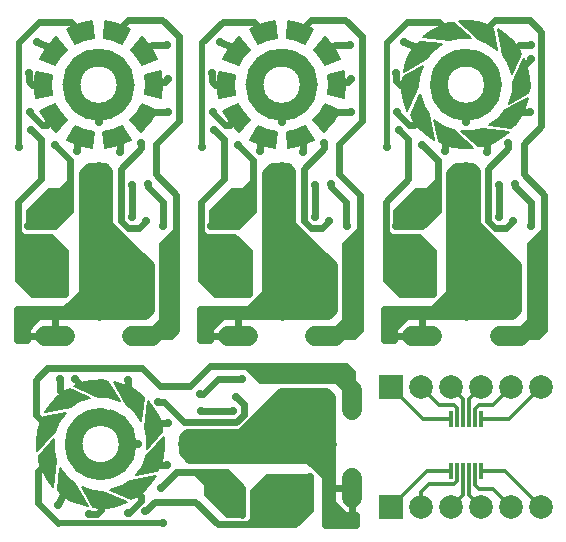
<source format=gbr>
%FSLAX34Y34*%
%MOMM*%
%LNCOPPER_TOP*%
G71*
G01*
%ADD10C, 2.000*%
%ADD11R, 0.300X1.450*%
%ADD12C, 0.300*%
%ADD13C, 0.700*%
%ADD14C, 0.600*%
%ADD15C, 1.700*%
%ADD16C, 0.500*%
%ADD17C, 1.500*%
%ADD18C, 0.150*%
%ADD19R, 0.900X0.900*%
%LPD*%
G36*
X345597Y-461325D02*
X365597Y-461325D01*
X365597Y-481325D01*
X345597Y-481325D01*
X345597Y-461325D01*
G37*
X380997Y-471325D02*
G54D10*
D03*
X406397Y-471325D02*
G54D10*
D03*
X431797Y-471325D02*
G54D10*
D03*
X457197Y-471325D02*
G54D10*
D03*
X457197Y-369725D02*
G54D10*
D03*
X431797Y-369725D02*
G54D10*
D03*
X406397Y-369725D02*
G54D10*
D03*
X380997Y-369725D02*
G54D10*
D03*
G36*
X345597Y-359725D02*
X365597Y-359725D01*
X365597Y-379725D01*
X345597Y-379725D01*
X345597Y-359725D01*
G37*
X406600Y-441000D02*
G54D11*
D03*
X406600Y-397000D02*
G54D11*
D03*
X411600Y-441000D02*
G54D11*
D03*
X411600Y-397000D02*
G54D11*
D03*
X416600Y-441000D02*
G54D11*
D03*
X416600Y-397000D02*
G54D11*
D03*
X421600Y-441000D02*
G54D11*
D03*
X421600Y-397000D02*
G54D11*
D03*
X426600Y-441000D02*
G54D11*
D03*
X426600Y-397000D02*
G54D11*
D03*
X431600Y-441000D02*
G54D11*
D03*
X431600Y-397000D02*
G54D11*
D03*
X482597Y-471325D02*
G54D10*
D03*
X482597Y-369725D02*
G54D10*
D03*
G54D12*
X406600Y-441000D02*
X385922Y-441000D01*
X355597Y-471325D01*
G54D12*
X411600Y-441000D02*
X411600Y-449400D01*
X409000Y-452000D01*
X388000Y-452000D01*
X381000Y-459000D01*
X380997Y-471325D01*
G54D12*
X416600Y-441000D02*
X416600Y-461122D01*
X406397Y-471325D01*
G54D12*
X421600Y-441000D02*
X421600Y-461128D01*
X431797Y-471325D01*
G54D12*
X426600Y-441000D02*
X426600Y-452600D01*
X430000Y-456000D01*
X441872Y-456000D01*
X457197Y-471325D01*
G54D12*
X431600Y-441000D02*
X452272Y-441000D01*
X482597Y-471325D01*
G54D12*
X431600Y-397000D02*
X455322Y-397000D01*
X482597Y-369725D01*
G54D12*
X426600Y-397000D02*
X426600Y-388400D01*
X430000Y-385000D01*
X441922Y-385000D01*
X457197Y-369725D01*
G54D12*
X421600Y-397000D02*
X421600Y-379922D01*
X431797Y-369725D01*
G54D12*
X416600Y-397000D02*
X416600Y-379928D01*
X406397Y-369725D01*
G54D12*
X411600Y-397000D02*
X411600Y-387600D01*
X409000Y-385000D01*
X396272Y-385000D01*
X380997Y-369725D01*
G54D12*
X406600Y-397000D02*
X382872Y-397000D01*
X355597Y-369725D01*
X108000Y-146000D02*
G54D13*
D03*
X166000Y-80000D02*
G54D13*
D03*
G54D14*
X146000Y-87000D02*
X153000Y-80000D01*
X166000Y-80000D01*
X167000Y-109000D02*
G54D13*
D03*
X167000Y-137000D02*
G54D13*
D03*
G54D14*
X146000Y-141000D02*
X150000Y-137000D01*
X167000Y-137000D01*
G54D14*
X108000Y-146000D02*
X108000Y-137000D01*
X126000Y-171000D02*
G54D13*
D03*
X90000Y-170000D02*
G54D13*
D03*
G54D14*
X122000Y-158000D02*
X126000Y-162000D01*
X126000Y-171000D01*
G54D14*
X94000Y-158000D02*
X90000Y-162000D01*
X90000Y-170000D01*
X50000Y-137000D02*
G54D13*
D03*
X49000Y-104000D02*
G54D13*
D03*
X56000Y-78000D02*
G54D13*
D03*
G54D14*
X71000Y-87000D02*
X66000Y-82000D01*
X56000Y-78000D01*
G54D15*
X136500Y-326500D02*
X153500Y-326500D01*
G54D15*
X62500Y-326500D02*
X79500Y-326500D01*
G54D14*
X122000Y-70000D02*
X133000Y-59000D01*
X162000Y-59000D01*
X176000Y-73000D01*
X176000Y-145000D01*
X157000Y-164000D01*
G54D14*
X157000Y-164000D02*
X157000Y-190000D01*
X174000Y-207000D01*
X174000Y-321000D01*
X150000Y-198000D02*
G54D13*
D03*
G54D14*
X150000Y-198000D02*
X150000Y-200700D01*
X162900Y-213600D01*
X162900Y-233900D01*
X163000Y-234000D01*
X162900Y-233900D01*
X163000Y-234000D02*
G54D13*
D03*
X136000Y-226000D02*
G54D13*
D03*
X136000Y-199000D02*
G54D13*
D03*
X144000Y-163000D02*
G54D13*
D03*
G54D14*
X136000Y-199000D02*
X136000Y-226000D01*
G54D14*
X144000Y-165000D02*
X144000Y-168000D01*
X127000Y-185000D01*
X127000Y-229000D01*
X133000Y-235000D01*
X142000Y-235000D01*
X148000Y-229000D01*
X148000Y-229000D02*
G54D13*
D03*
X48500Y-234000D02*
G54D13*
D03*
X71000Y-165000D02*
G54D13*
D03*
G54D14*
X48000Y-234000D02*
X71000Y-234000D01*
X84000Y-221000D01*
X84000Y-178000D01*
X71000Y-165000D01*
G54D16*
X41000Y-80000D02*
X41000Y-167000D01*
X41000Y-167000D02*
G54D13*
D03*
X80000Y-291000D02*
G54D13*
D03*
G54D14*
X80000Y-291000D02*
X80000Y-283000D01*
X40000Y-243000D01*
X40000Y-213000D01*
X59000Y-194000D01*
X59000Y-160000D01*
X51000Y-152000D01*
X51000Y-152000D02*
G54D13*
D03*
X108000Y-183000D02*
G54D13*
D03*
X108000Y-191000D02*
G54D13*
D03*
G54D14*
X108000Y-183000D02*
X108000Y-191000D01*
X108000Y-310500D01*
G54D14*
X94000Y-70000D02*
X85000Y-61000D01*
X58000Y-61000D01*
X41000Y-78000D01*
G36*
X108000Y-183000D02*
X100000Y-183000D01*
X94000Y-189000D01*
X94000Y-290000D01*
X80000Y-304000D01*
X39000Y-304000D01*
X39000Y-331000D01*
X48000Y-331000D01*
X48000Y-321000D01*
X58000Y-311000D01*
X148000Y-311000D01*
X153000Y-306000D01*
X153000Y-267000D01*
X118000Y-232000D01*
X118000Y-187000D01*
X114000Y-183000D01*
X108000Y-183000D01*
G37*
G54D16*
X108000Y-183000D02*
X100000Y-183000D01*
X94000Y-189000D01*
X94000Y-290000D01*
X80000Y-304000D01*
X39000Y-304000D01*
X39000Y-331000D01*
X48000Y-331000D01*
X48000Y-321000D01*
X58000Y-311000D01*
X148000Y-311000D01*
X153000Y-306000D01*
X153000Y-267000D01*
X118000Y-232000D01*
X118000Y-187000D01*
X114000Y-183000D01*
X108000Y-183000D01*
G36*
X84000Y-196000D02*
X83000Y-196000D01*
X75000Y-204000D01*
X66000Y-204000D01*
X49000Y-221000D01*
X49000Y-233500D01*
X48500Y-234000D01*
X71000Y-234000D01*
X84000Y-221000D01*
X84000Y-196000D01*
G37*
G54D14*
X84000Y-196000D02*
X83000Y-196000D01*
X75000Y-204000D01*
X66000Y-204000D01*
X49000Y-221000D01*
X49000Y-233500D01*
X48500Y-234000D01*
X71000Y-234000D01*
X84000Y-221000D01*
X84000Y-196000D01*
G36*
X40000Y-243000D02*
X68000Y-243000D01*
X80000Y-255000D01*
X80000Y-291000D01*
X52000Y-291000D01*
X40000Y-279000D01*
X40000Y-243000D01*
G37*
G54D14*
X40000Y-243000D02*
X68000Y-243000D01*
X80000Y-255000D01*
X80000Y-291000D01*
X52000Y-291000D01*
X40000Y-279000D01*
X40000Y-243000D01*
G54D14*
X40000Y-239000D02*
X45000Y-244000D01*
G54D14*
X50000Y-137000D02*
X50000Y-138000D01*
X60000Y-148000D01*
X64000Y-148000D01*
X71000Y-141000D01*
G54D14*
X61000Y-114000D02*
X52000Y-114000D01*
X49000Y-111000D01*
X49000Y-104000D01*
G54D14*
X155000Y-112000D02*
X164000Y-112000D01*
X167000Y-109000D01*
G54D14*
X71000Y-326500D02*
X41500Y-326500D01*
X41000Y-327000D01*
G54D14*
X71000Y-326500D02*
X71000Y-308000D01*
G36*
X145000Y-326500D02*
X148500Y-326500D01*
X162000Y-313000D01*
X162000Y-249000D01*
X174000Y-237000D01*
X174000Y-322000D01*
X169000Y-327000D01*
X145500Y-327000D01*
X145000Y-326500D01*
G37*
G54D14*
X145000Y-326500D02*
X148500Y-326500D01*
X162000Y-313000D01*
X162000Y-249000D01*
X174000Y-237000D01*
X174000Y-322000D01*
X169000Y-327000D01*
X145500Y-327000D01*
X145000Y-326500D01*
G54D17*
G75*
G01X131000Y-114000D02*
G03X131000Y-114000I-23000J0D01*
G01*
G36*
X112250Y-74250D02*
X113644Y-60296D01*
X124687Y-62643D01*
X135000Y-67235D01*
X128000Y-79500D01*
X120500Y-76000D01*
X112250Y-74250D01*
G37*
G54D18*
X112250Y-74250D02*
X113644Y-60296D01*
X124687Y-62643D01*
X135000Y-67235D01*
X128000Y-79500D01*
X120500Y-76000D01*
X112250Y-74250D01*
G36*
X135119Y-84234D02*
X144449Y-73765D01*
X152003Y-82154D01*
X157648Y-91931D01*
X144775Y-97739D01*
X140765Y-90499D01*
X135119Y-84234D01*
G37*
G54D18*
X135119Y-84234D02*
X144449Y-73765D01*
X152003Y-82154D01*
X157648Y-91931D01*
X144775Y-97739D01*
X140765Y-90499D01*
X135119Y-84234D01*
G36*
X147170Y-105645D02*
X160872Y-102659D01*
X162052Y-113886D01*
X160872Y-125114D01*
X147044Y-122246D01*
X148055Y-114032D01*
X147170Y-105645D01*
G37*
G54D18*
X147170Y-105645D02*
X160872Y-102659D01*
X162052Y-113886D01*
X160872Y-125114D01*
X147044Y-122246D01*
X148055Y-114032D01*
X147170Y-105645D01*
G36*
X144491Y-130325D02*
X157332Y-135964D01*
X151687Y-145740D01*
X144133Y-154130D01*
X134631Y-143682D01*
X140277Y-137631D01*
X144491Y-130325D01*
G37*
G54D18*
X144491Y-130325D02*
X157332Y-135964D01*
X151687Y-145740D01*
X144133Y-154130D01*
X134631Y-143682D01*
X140277Y-137631D01*
X144491Y-130325D01*
G36*
X128020Y-148712D02*
X135094Y-160821D01*
X124780Y-165413D01*
X113738Y-167760D01*
X112192Y-153723D01*
X120317Y-152146D01*
X128020Y-148712D01*
G37*
G54D18*
X128020Y-148712D02*
X135094Y-160821D01*
X124780Y-165413D01*
X113738Y-167760D01*
X112192Y-153723D01*
X120317Y-152146D01*
X128020Y-148712D01*
G36*
X103777Y-153852D02*
X102383Y-167806D01*
X91340Y-165459D01*
X81027Y-160867D01*
X88027Y-148602D01*
X95527Y-152102D01*
X103777Y-153852D01*
G37*
G54D18*
X103777Y-153852D02*
X102383Y-167806D01*
X91340Y-165459D01*
X81027Y-160867D01*
X88027Y-148602D01*
X95527Y-152102D01*
X103777Y-153852D01*
G36*
X81158Y-143618D02*
X71828Y-154087D01*
X64274Y-145698D01*
X58629Y-135921D01*
X71502Y-130113D01*
X75512Y-137353D01*
X81158Y-143618D01*
G37*
G54D18*
X81158Y-143618D02*
X71828Y-154087D01*
X64274Y-145698D01*
X58629Y-135921D01*
X71502Y-130113D01*
X75512Y-137353D01*
X81158Y-143618D01*
G36*
X68607Y-122457D02*
X54904Y-125443D01*
X53724Y-114216D01*
X54904Y-102988D01*
X68733Y-105856D01*
X67722Y-114070D01*
X68607Y-122457D01*
G37*
G54D18*
X68607Y-122457D02*
X54904Y-125443D01*
X53724Y-114216D01*
X54904Y-102988D01*
X68733Y-105856D01*
X67722Y-114070D01*
X68607Y-122457D01*
G36*
X71509Y-97675D02*
X58668Y-92036D01*
X64313Y-82260D01*
X71867Y-73870D01*
X81369Y-84318D01*
X75723Y-90369D01*
X71509Y-97675D01*
G37*
G54D18*
X71509Y-97675D02*
X58668Y-92036D01*
X64313Y-82260D01*
X71867Y-73870D01*
X81369Y-84318D01*
X75723Y-90369D01*
X71509Y-97675D01*
G36*
X87980Y-79287D02*
X80906Y-67178D01*
X91219Y-62586D01*
X102262Y-60239D01*
X103808Y-74277D01*
X95683Y-75854D01*
X87980Y-79287D01*
G37*
G54D18*
X87980Y-79287D02*
X80906Y-67178D01*
X91219Y-62586D01*
X102262Y-60239D01*
X103808Y-74277D01*
X95683Y-75854D01*
X87980Y-79287D01*
X155000Y-114000D02*
G54D19*
D03*
X62000Y-114000D02*
G54D19*
D03*
G36*
X119111Y-64330D02*
X127670Y-67111D01*
X124889Y-75670D01*
X116330Y-72889D01*
X119111Y-64330D01*
G37*
G36*
X146996Y-80714D02*
X152285Y-87996D01*
X145004Y-93286D01*
X139714Y-86004D01*
X146996Y-80714D01*
G37*
G36*
X152286Y-140005D02*
X146995Y-147286D01*
X139714Y-141995D01*
X145005Y-134714D01*
X152286Y-140005D01*
G37*
G36*
X127670Y-160889D02*
X119111Y-163670D01*
X116330Y-155111D01*
X124889Y-152330D01*
X127670Y-160889D01*
G37*
G36*
X96889Y-163670D02*
X88330Y-160889D01*
X91111Y-152330D01*
X99670Y-155111D01*
X96889Y-163670D01*
G37*
G36*
X70005Y-147286D02*
X64715Y-140004D01*
X71996Y-134714D01*
X77286Y-141996D01*
X70005Y-147286D01*
G37*
G36*
X70005Y-80714D02*
X77286Y-86005D01*
X71995Y-93286D01*
X64714Y-87996D01*
X70005Y-80714D01*
G37*
G36*
X96889Y-64330D02*
X99670Y-72889D01*
X91111Y-75670D01*
X88330Y-67111D01*
X96889Y-64330D01*
G37*
X263000Y-146000D02*
G54D13*
D03*
X321000Y-80000D02*
G54D13*
D03*
G54D14*
X301000Y-87000D02*
X308000Y-80000D01*
X321000Y-80000D01*
X322000Y-109000D02*
G54D13*
D03*
X322000Y-137000D02*
G54D13*
D03*
G54D14*
X301000Y-141000D02*
X305000Y-137000D01*
X322000Y-137000D01*
G54D14*
X263000Y-146000D02*
X263000Y-137000D01*
X281000Y-171000D02*
G54D13*
D03*
X245000Y-170000D02*
G54D13*
D03*
G54D14*
X277000Y-158000D02*
X281000Y-162000D01*
X281000Y-171000D01*
G54D14*
X249000Y-158000D02*
X245000Y-162000D01*
X245000Y-170000D01*
X205000Y-137000D02*
G54D13*
D03*
X204000Y-104000D02*
G54D13*
D03*
X211000Y-78000D02*
G54D13*
D03*
G54D14*
X226000Y-87000D02*
X221000Y-82000D01*
X211000Y-78000D01*
G54D15*
X291500Y-326500D02*
X308500Y-326500D01*
G54D15*
X217500Y-326500D02*
X234500Y-326500D01*
G54D14*
X277000Y-70000D02*
X288000Y-59000D01*
X317000Y-59000D01*
X331000Y-73000D01*
X331000Y-145000D01*
X312000Y-164000D01*
G54D14*
X312000Y-164000D02*
X312000Y-190000D01*
X329000Y-207000D01*
X329000Y-321000D01*
X305000Y-198000D02*
G54D13*
D03*
G54D14*
X305000Y-198000D02*
X305000Y-200700D01*
X317900Y-213600D01*
X317900Y-233900D01*
X318000Y-234000D01*
X317900Y-233900D01*
X318000Y-234000D02*
G54D13*
D03*
X291000Y-226000D02*
G54D13*
D03*
X291000Y-199000D02*
G54D13*
D03*
X299000Y-163000D02*
G54D13*
D03*
G54D14*
X291000Y-199000D02*
X291000Y-226000D01*
G54D14*
X299000Y-165000D02*
X299000Y-168000D01*
X282000Y-185000D01*
X282000Y-229000D01*
X288000Y-235000D01*
X297000Y-235000D01*
X303000Y-229000D01*
X303000Y-229000D02*
G54D13*
D03*
X203500Y-234000D02*
G54D13*
D03*
X226000Y-165000D02*
G54D13*
D03*
G54D14*
X203000Y-234000D02*
X226000Y-234000D01*
X239000Y-221000D01*
X239000Y-178000D01*
X226000Y-165000D01*
G54D16*
X196000Y-80000D02*
X196000Y-167000D01*
X196000Y-167000D02*
G54D13*
D03*
X235000Y-291000D02*
G54D13*
D03*
G54D14*
X235000Y-291000D02*
X235000Y-283000D01*
X195000Y-243000D01*
X195000Y-213000D01*
X214000Y-194000D01*
X214000Y-160000D01*
X206000Y-152000D01*
X206000Y-152000D02*
G54D13*
D03*
X263000Y-183000D02*
G54D13*
D03*
X263000Y-191000D02*
G54D13*
D03*
G54D14*
X263000Y-183000D02*
X263000Y-191000D01*
X263000Y-310500D01*
G54D14*
X249000Y-70000D02*
X240000Y-61000D01*
X213000Y-61000D01*
X196000Y-78000D01*
G36*
X263000Y-183000D02*
X255000Y-183000D01*
X249000Y-189000D01*
X249000Y-290000D01*
X235000Y-304000D01*
X194000Y-304000D01*
X194000Y-331000D01*
X203000Y-331000D01*
X203000Y-321000D01*
X213000Y-311000D01*
X303000Y-311000D01*
X308000Y-306000D01*
X308000Y-267000D01*
X273000Y-232000D01*
X273000Y-187000D01*
X269000Y-183000D01*
X263000Y-183000D01*
G37*
G54D16*
X263000Y-183000D02*
X255000Y-183000D01*
X249000Y-189000D01*
X249000Y-290000D01*
X235000Y-304000D01*
X194000Y-304000D01*
X194000Y-331000D01*
X203000Y-331000D01*
X203000Y-321000D01*
X213000Y-311000D01*
X303000Y-311000D01*
X308000Y-306000D01*
X308000Y-267000D01*
X273000Y-232000D01*
X273000Y-187000D01*
X269000Y-183000D01*
X263000Y-183000D01*
G36*
X239000Y-196000D02*
X238000Y-196000D01*
X230000Y-204000D01*
X221000Y-204000D01*
X204000Y-221000D01*
X204000Y-233500D01*
X203500Y-234000D01*
X226000Y-234000D01*
X239000Y-221000D01*
X239000Y-196000D01*
G37*
G54D14*
X239000Y-196000D02*
X238000Y-196000D01*
X230000Y-204000D01*
X221000Y-204000D01*
X204000Y-221000D01*
X204000Y-233500D01*
X203500Y-234000D01*
X226000Y-234000D01*
X239000Y-221000D01*
X239000Y-196000D01*
G36*
X195000Y-243000D02*
X223000Y-243000D01*
X235000Y-255000D01*
X235000Y-291000D01*
X207000Y-291000D01*
X195000Y-279000D01*
X195000Y-243000D01*
G37*
G54D14*
X195000Y-243000D02*
X223000Y-243000D01*
X235000Y-255000D01*
X235000Y-291000D01*
X207000Y-291000D01*
X195000Y-279000D01*
X195000Y-243000D01*
G54D14*
X195000Y-239000D02*
X200000Y-244000D01*
G54D14*
X205000Y-137000D02*
X205000Y-138000D01*
X215000Y-148000D01*
X219000Y-148000D01*
X226000Y-141000D01*
G54D14*
X216000Y-114000D02*
X207000Y-114000D01*
X204000Y-111000D01*
X204000Y-104000D01*
G54D14*
X310000Y-112000D02*
X319000Y-112000D01*
X322000Y-109000D01*
G54D14*
X226000Y-326500D02*
X196500Y-326500D01*
X196000Y-327000D01*
G54D14*
X226000Y-326500D02*
X226000Y-308000D01*
G36*
X300000Y-326500D02*
X303500Y-326500D01*
X317000Y-313000D01*
X317000Y-249000D01*
X329000Y-237000D01*
X329000Y-322000D01*
X324000Y-327000D01*
X300500Y-327000D01*
X300000Y-326500D01*
G37*
G54D14*
X300000Y-326500D02*
X303500Y-326500D01*
X317000Y-313000D01*
X317000Y-249000D01*
X329000Y-237000D01*
X329000Y-322000D01*
X324000Y-327000D01*
X300500Y-327000D01*
X300000Y-326500D01*
G54D17*
G75*
G01X286000Y-114000D02*
G03X286000Y-114000I-23000J0D01*
G01*
G36*
X267250Y-74250D02*
X268644Y-60296D01*
X279687Y-62643D01*
X290000Y-67235D01*
X283000Y-79500D01*
X275500Y-76000D01*
X267250Y-74250D01*
G37*
G54D18*
X267250Y-74250D02*
X268644Y-60296D01*
X279687Y-62643D01*
X290000Y-67235D01*
X283000Y-79500D01*
X275500Y-76000D01*
X267250Y-74250D01*
G36*
X290119Y-84234D02*
X299449Y-73765D01*
X307003Y-82154D01*
X312648Y-91931D01*
X299775Y-97739D01*
X295765Y-90499D01*
X290119Y-84234D01*
G37*
G54D18*
X290119Y-84234D02*
X299449Y-73765D01*
X307003Y-82154D01*
X312648Y-91931D01*
X299775Y-97739D01*
X295765Y-90499D01*
X290119Y-84234D01*
G36*
X302170Y-105645D02*
X315872Y-102659D01*
X317052Y-113886D01*
X315872Y-125114D01*
X302044Y-122246D01*
X303055Y-114032D01*
X302170Y-105645D01*
G37*
G54D18*
X302170Y-105645D02*
X315872Y-102659D01*
X317052Y-113886D01*
X315872Y-125114D01*
X302044Y-122246D01*
X303055Y-114032D01*
X302170Y-105645D01*
G36*
X299491Y-130325D02*
X312332Y-135964D01*
X306687Y-145740D01*
X299133Y-154130D01*
X289631Y-143682D01*
X295277Y-137631D01*
X299491Y-130325D01*
G37*
G54D18*
X299491Y-130325D02*
X312332Y-135964D01*
X306687Y-145740D01*
X299133Y-154130D01*
X289631Y-143682D01*
X295277Y-137631D01*
X299491Y-130325D01*
G36*
X283020Y-148712D02*
X290094Y-160821D01*
X279780Y-165413D01*
X268738Y-167760D01*
X267192Y-153723D01*
X275317Y-152146D01*
X283020Y-148712D01*
G37*
G54D18*
X283020Y-148712D02*
X290094Y-160821D01*
X279780Y-165413D01*
X268738Y-167760D01*
X267192Y-153723D01*
X275317Y-152146D01*
X283020Y-148712D01*
G36*
X258777Y-153852D02*
X257383Y-167806D01*
X246340Y-165459D01*
X236027Y-160867D01*
X243027Y-148602D01*
X250527Y-152102D01*
X258777Y-153852D01*
G37*
G54D18*
X258777Y-153852D02*
X257383Y-167806D01*
X246340Y-165459D01*
X236027Y-160867D01*
X243027Y-148602D01*
X250527Y-152102D01*
X258777Y-153852D01*
G36*
X236158Y-143618D02*
X226828Y-154087D01*
X219274Y-145698D01*
X213629Y-135921D01*
X226502Y-130113D01*
X230512Y-137353D01*
X236158Y-143618D01*
G37*
G54D18*
X236158Y-143618D02*
X226828Y-154087D01*
X219274Y-145698D01*
X213629Y-135921D01*
X226502Y-130113D01*
X230512Y-137353D01*
X236158Y-143618D01*
G36*
X223607Y-122457D02*
X209904Y-125443D01*
X208724Y-114216D01*
X209904Y-102988D01*
X223733Y-105856D01*
X222722Y-114070D01*
X223607Y-122457D01*
G37*
G54D18*
X223607Y-122457D02*
X209904Y-125443D01*
X208724Y-114216D01*
X209904Y-102988D01*
X223733Y-105856D01*
X222722Y-114070D01*
X223607Y-122457D01*
G36*
X226509Y-97675D02*
X213668Y-92036D01*
X219313Y-82260D01*
X226867Y-73870D01*
X236369Y-84318D01*
X230723Y-90369D01*
X226509Y-97675D01*
G37*
G54D18*
X226509Y-97675D02*
X213668Y-92036D01*
X219313Y-82260D01*
X226867Y-73870D01*
X236369Y-84318D01*
X230723Y-90369D01*
X226509Y-97675D01*
G36*
X242980Y-79287D02*
X235906Y-67178D01*
X246219Y-62586D01*
X257262Y-60239D01*
X258808Y-74277D01*
X250683Y-75854D01*
X242980Y-79287D01*
G37*
G54D18*
X242980Y-79287D02*
X235906Y-67178D01*
X246219Y-62586D01*
X257262Y-60239D01*
X258808Y-74277D01*
X250683Y-75854D01*
X242980Y-79287D01*
X310000Y-114000D02*
G54D19*
D03*
X217000Y-114000D02*
G54D19*
D03*
G36*
X274111Y-64330D02*
X282670Y-67111D01*
X279889Y-75670D01*
X271330Y-72889D01*
X274111Y-64330D01*
G37*
G36*
X301996Y-80714D02*
X307285Y-87996D01*
X300004Y-93286D01*
X294714Y-86004D01*
X301996Y-80714D01*
G37*
G36*
X307286Y-140004D02*
X301995Y-147286D01*
X294714Y-141996D01*
X300005Y-134714D01*
X307286Y-140004D01*
G37*
G36*
X282670Y-160889D02*
X274111Y-163670D01*
X271330Y-155111D01*
X279889Y-152330D01*
X282670Y-160889D01*
G37*
G36*
X251889Y-163670D02*
X243330Y-160889D01*
X246111Y-152330D01*
X254670Y-155111D01*
X251889Y-163670D01*
G37*
G36*
X225005Y-147286D02*
X219715Y-140004D01*
X226996Y-134714D01*
X232286Y-141996D01*
X225005Y-147286D01*
G37*
G36*
X225004Y-80714D02*
X232286Y-86005D01*
X226996Y-93286D01*
X219714Y-87996D01*
X225004Y-80714D01*
G37*
G36*
X251889Y-64330D02*
X254670Y-72889D01*
X246111Y-75670D01*
X243330Y-67111D01*
X251889Y-64330D01*
G37*
X141750Y-418250D02*
G54D13*
D03*
X75750Y-363250D02*
G54D13*
D03*
G54D14*
X82750Y-380250D02*
X75750Y-373250D01*
X75750Y-363250D01*
X87750Y-363250D02*
G54D13*
D03*
X132750Y-364250D02*
G54D13*
D03*
G54D14*
X136750Y-380250D02*
X132750Y-376250D01*
X132750Y-364250D01*
G54D14*
X141750Y-418250D02*
X132750Y-418250D01*
X166750Y-400250D02*
G54D13*
D03*
X165750Y-436250D02*
G54D13*
D03*
G54D14*
X153750Y-404250D02*
X157750Y-400250D01*
X166750Y-400250D01*
G54D14*
X153750Y-432250D02*
X157750Y-436250D01*
X165750Y-436250D01*
X132750Y-476250D02*
G54D13*
D03*
X99750Y-477250D02*
G54D13*
D03*
X73750Y-470250D02*
G54D13*
D03*
G54D14*
X82750Y-455250D02*
X77750Y-460250D01*
X73750Y-470250D01*
G54D15*
X322250Y-389750D02*
X322250Y-372750D01*
G54D15*
X322250Y-463750D02*
X322250Y-446750D01*
G54D14*
X65750Y-404250D02*
X54750Y-393250D01*
X54750Y-364250D01*
X64750Y-354250D01*
X144750Y-354250D01*
X159750Y-369250D01*
G54D14*
X159750Y-369250D02*
X185750Y-369250D01*
X202750Y-352250D01*
X316750Y-352250D01*
X193750Y-376250D02*
G54D13*
D03*
G54D14*
X193750Y-376250D02*
X196450Y-376250D01*
X209350Y-363350D01*
X229650Y-363350D01*
X229750Y-363250D01*
X229650Y-363350D01*
X229750Y-363250D02*
G54D13*
D03*
X221750Y-390250D02*
G54D13*
D03*
X194750Y-390250D02*
G54D13*
D03*
X158750Y-382250D02*
G54D13*
D03*
G54D14*
X194750Y-390250D02*
X221750Y-390250D01*
G54D14*
X160750Y-382250D02*
X163750Y-382250D01*
X180750Y-399250D01*
X224750Y-399250D01*
X230750Y-393250D01*
X230750Y-384250D01*
X224750Y-378250D01*
X224750Y-378250D02*
G54D13*
D03*
X229750Y-477750D02*
G54D13*
D03*
X160750Y-455250D02*
G54D13*
D03*
G54D14*
X229750Y-478250D02*
X229750Y-455250D01*
X216750Y-442250D01*
X173750Y-442250D01*
X160750Y-455250D01*
G54D16*
X75750Y-485250D02*
X162750Y-485250D01*
X162750Y-485250D02*
G54D13*
D03*
X286750Y-446250D02*
G54D13*
D03*
G54D14*
X286750Y-446250D02*
X278750Y-446250D01*
X238750Y-486250D01*
X208750Y-486250D01*
X189750Y-467250D01*
X155750Y-467250D01*
X147750Y-475250D01*
X147750Y-475250D02*
G54D13*
D03*
X178750Y-418250D02*
G54D13*
D03*
X186750Y-418250D02*
G54D13*
D03*
G54D14*
X178750Y-418250D02*
X186750Y-418250D01*
X306250Y-418250D01*
G54D14*
X65750Y-432250D02*
X56750Y-441250D01*
X56750Y-468250D01*
X73750Y-485250D01*
G36*
X178750Y-418250D02*
X178750Y-426250D01*
X184750Y-432250D01*
X285750Y-432250D01*
X299750Y-446250D01*
X299750Y-487250D01*
X326750Y-487250D01*
X326750Y-478250D01*
X316750Y-478250D01*
X306750Y-468250D01*
X306750Y-378250D01*
X301750Y-373250D01*
X262750Y-373250D01*
X227750Y-408250D01*
X182750Y-408250D01*
X178750Y-412250D01*
X178750Y-418250D01*
G37*
G54D16*
X178750Y-418250D02*
X178750Y-426250D01*
X184750Y-432250D01*
X285750Y-432250D01*
X299750Y-446250D01*
X299750Y-487250D01*
X326750Y-487250D01*
X326750Y-478250D01*
X316750Y-478250D01*
X306750Y-468250D01*
X306750Y-378250D01*
X301750Y-373250D01*
X262750Y-373250D01*
X227750Y-408250D01*
X182750Y-408250D01*
X178750Y-412250D01*
X178750Y-418250D01*
G36*
X191750Y-442250D02*
X191750Y-443250D01*
X199750Y-451250D01*
X199750Y-460250D01*
X216750Y-477250D01*
X229250Y-477250D01*
X229750Y-477750D01*
X229750Y-455250D01*
X216750Y-442250D01*
X191750Y-442250D01*
G37*
G54D14*
X191750Y-442250D02*
X191750Y-443250D01*
X199750Y-451250D01*
X199750Y-460250D01*
X216750Y-477250D01*
X229250Y-477250D01*
X229750Y-477750D01*
X229750Y-455250D01*
X216750Y-442250D01*
X191750Y-442250D01*
G36*
X238750Y-486250D02*
X238750Y-458250D01*
X250750Y-446250D01*
X286750Y-446250D01*
X286750Y-474250D01*
X274750Y-486250D01*
X238750Y-486250D01*
G37*
G54D14*
X238750Y-486250D02*
X238750Y-458250D01*
X250750Y-446250D01*
X286750Y-446250D01*
X286750Y-474250D01*
X274750Y-486250D01*
X238750Y-486250D01*
G54D14*
X234750Y-486250D02*
X239750Y-481250D01*
G36*
X149333Y-422292D02*
X161957Y-408286D01*
X161751Y-403191D01*
X158896Y-395651D01*
X155045Y-388832D01*
X149746Y-381958D01*
X147174Y-403900D01*
X149360Y-412045D01*
X149333Y-422292D01*
G37*
G54D18*
X149333Y-422292D02*
X161957Y-408286D01*
X161751Y-403191D01*
X158896Y-395651D01*
X155045Y-388832D01*
X149746Y-381958D01*
X147174Y-403900D01*
X149360Y-412045D01*
X149333Y-422292D01*
G36*
X139394Y-444797D02*
X157839Y-440886D01*
X160668Y-436643D01*
X162789Y-428865D01*
X163682Y-421085D01*
X163436Y-412409D01*
X148457Y-428648D01*
X145438Y-436522D01*
X139394Y-444797D01*
G37*
G54D18*
X139394Y-444797D02*
X157839Y-440886D01*
X160668Y-436643D01*
X162789Y-428865D01*
X163682Y-421085D01*
X163436Y-412409D01*
X148457Y-428648D01*
X145438Y-436522D01*
X139394Y-444797D01*
G36*
X117986Y-457125D02*
X135207Y-464802D01*
X139990Y-463033D01*
X146277Y-457987D01*
X151573Y-452217D01*
X156474Y-445054D01*
X134811Y-449387D01*
X127740Y-453984D01*
X117986Y-457125D01*
G37*
G54D18*
X117986Y-457125D02*
X135207Y-464802D01*
X139990Y-463033D01*
X146277Y-457987D01*
X151573Y-452217D01*
X156474Y-445054D01*
X134811Y-449387D01*
X127740Y-453984D01*
X117986Y-457125D01*
G36*
X93788Y-454844D02*
X103207Y-471178D01*
X108116Y-472557D01*
X116169Y-472171D01*
X123845Y-470616D01*
X132020Y-467701D01*
X111947Y-458474D01*
X103525Y-458036D01*
X93788Y-454844D01*
G37*
G54D18*
X93788Y-454844D02*
X103207Y-471178D01*
X108116Y-472557D01*
X116169Y-472171D01*
X123845Y-470616D01*
X132020Y-467701D01*
X111947Y-458474D01*
X103525Y-458036D01*
X93788Y-454844D01*
G36*
X75366Y-438120D02*
X73386Y-456871D01*
X76546Y-460872D01*
X83288Y-465294D01*
X90412Y-468547D01*
X98739Y-470994D01*
X87924Y-451730D01*
X81367Y-446426D01*
X75366Y-438120D01*
G37*
G54D18*
X75366Y-438120D02*
X73386Y-456871D01*
X76546Y-460872D01*
X83288Y-465294D01*
X90412Y-468547D01*
X98739Y-470994D01*
X87924Y-451730D01*
X81367Y-446426D01*
X75366Y-438120D01*
G36*
X70180Y-414193D02*
X57556Y-428199D01*
X57762Y-433294D01*
X60617Y-440834D01*
X64468Y-447653D01*
X69766Y-454527D01*
X72339Y-432586D01*
X70153Y-424440D01*
X70180Y-414193D01*
G37*
G54D18*
X70180Y-414193D02*
X57556Y-428199D01*
X57762Y-433294D01*
X60617Y-440834D01*
X64468Y-447653D01*
X69766Y-454527D01*
X72339Y-432586D01*
X70153Y-424440D01*
X70180Y-414193D01*
G36*
X80224Y-391677D02*
X61779Y-395588D01*
X58951Y-399831D01*
X56829Y-407609D01*
X55937Y-415390D01*
X56182Y-424065D01*
X71161Y-407826D01*
X74180Y-399952D01*
X80224Y-391677D01*
G37*
G54D18*
X80224Y-391677D02*
X61779Y-395588D01*
X58951Y-399831D01*
X56829Y-407609D01*
X55937Y-415390D01*
X56182Y-424065D01*
X71161Y-407826D01*
X74180Y-399952D01*
X80224Y-391677D01*
G36*
X101016Y-379157D02*
X83922Y-371420D01*
X79421Y-373156D01*
X73133Y-378201D01*
X67838Y-383971D01*
X62937Y-391134D01*
X84600Y-386801D01*
X91671Y-382205D01*
X101016Y-379157D01*
G37*
G54D18*
X101016Y-379157D02*
X83922Y-371420D01*
X79421Y-373156D01*
X73133Y-378201D01*
X67838Y-383971D01*
X62937Y-391134D01*
X84600Y-386801D01*
X91671Y-382205D01*
X101016Y-379157D01*
G36*
X125792Y-381877D02*
X116372Y-365544D01*
X111463Y-364165D01*
X103410Y-364551D01*
X95735Y-366106D01*
X87560Y-369021D01*
X107632Y-378248D01*
X116054Y-378685D01*
X125792Y-381877D01*
G37*
G54D18*
X125792Y-381877D02*
X116372Y-365544D01*
X111463Y-364165D01*
X103410Y-364551D01*
X95735Y-366106D01*
X87560Y-369021D01*
X107632Y-378248D01*
X116054Y-378685D01*
X125792Y-381877D01*
G36*
X144148Y-398365D02*
X146127Y-379614D01*
X142967Y-375613D01*
X136225Y-371192D01*
X129101Y-367938D01*
X120774Y-365491D01*
X131590Y-384755D01*
X138146Y-390059D01*
X144148Y-398365D01*
G37*
G54D18*
X144148Y-398365D02*
X146127Y-379614D01*
X142967Y-375613D01*
X136225Y-371192D01*
X129101Y-367938D01*
X120774Y-365491D01*
X131590Y-384755D01*
X138146Y-390059D01*
X144148Y-398365D01*
X136750Y-380250D02*
G54D19*
D03*
X107750Y-371250D02*
G54D19*
D03*
X81750Y-380250D02*
G54D19*
D03*
X64750Y-404250D02*
G54D19*
D03*
X64750Y-433250D02*
G54D19*
D03*
X82750Y-456250D02*
G54D19*
D03*
X109750Y-465250D02*
G54D19*
D03*
X136750Y-455250D02*
G54D19*
D03*
X153750Y-432250D02*
G54D19*
D03*
X153750Y-403250D02*
G54D19*
D03*
G54D17*
G75*
G01X132750Y-418250D02*
G03X132750Y-418250I-23000J0D01*
G01*
G54D14*
X132750Y-476250D02*
X133750Y-476250D01*
X143750Y-466250D01*
X143750Y-462250D01*
X136750Y-455250D01*
G54D14*
X109750Y-465250D02*
X109750Y-474250D01*
X106750Y-477250D01*
X99750Y-477250D01*
G54D14*
X322250Y-455250D02*
X322250Y-484750D01*
X322750Y-485250D01*
G54D14*
X322250Y-455250D02*
X303750Y-455250D01*
G36*
X322250Y-381250D02*
X322250Y-377750D01*
X308750Y-364250D01*
X244750Y-364250D01*
X232750Y-352250D01*
X317750Y-352250D01*
X322750Y-357250D01*
X322750Y-380750D01*
X322250Y-381250D01*
G37*
G54D14*
X322250Y-381250D02*
X322250Y-377750D01*
X308750Y-364250D01*
X244750Y-364250D01*
X232750Y-352250D01*
X317750Y-352250D01*
X322750Y-357250D01*
X322750Y-380750D01*
X322250Y-381250D01*
G54D14*
X87750Y-363250D02*
X92750Y-368250D01*
X419000Y-146000D02*
G54D13*
D03*
X474000Y-80000D02*
G54D13*
D03*
G54D14*
X457000Y-87000D02*
X464000Y-80000D01*
X474000Y-80000D01*
X474000Y-92000D02*
G54D13*
D03*
X473000Y-137000D02*
G54D13*
D03*
G54D14*
X457000Y-141000D02*
X461000Y-137000D01*
X473000Y-137000D01*
G54D14*
X419000Y-146000D02*
X419000Y-137000D01*
X437000Y-171000D02*
G54D13*
D03*
X401000Y-170000D02*
G54D13*
D03*
G54D14*
X433000Y-158000D02*
X437000Y-162000D01*
X437000Y-171000D01*
G54D14*
X405000Y-158000D02*
X401000Y-162000D01*
X401000Y-170000D01*
X361000Y-137000D02*
G54D13*
D03*
X360000Y-104000D02*
G54D13*
D03*
X367000Y-78000D02*
G54D13*
D03*
G54D14*
X382000Y-87000D02*
X377000Y-82000D01*
X367000Y-78000D01*
G54D15*
X447500Y-326500D02*
X464500Y-326500D01*
G54D15*
X373500Y-326500D02*
X390500Y-326500D01*
G54D14*
X433000Y-70000D02*
X444000Y-59000D01*
X473000Y-59000D01*
X483000Y-69000D01*
X483000Y-149000D01*
X468000Y-164000D01*
G54D14*
X468000Y-164000D02*
X468000Y-190000D01*
X485000Y-207000D01*
X485000Y-321000D01*
X461000Y-198000D02*
G54D13*
D03*
G54D14*
X461000Y-198000D02*
X461000Y-200700D01*
X473900Y-213600D01*
X473900Y-233900D01*
X474000Y-234000D01*
X473900Y-233900D01*
X474000Y-234000D02*
G54D13*
D03*
X447000Y-226000D02*
G54D13*
D03*
X447000Y-199000D02*
G54D13*
D03*
X455000Y-163000D02*
G54D13*
D03*
G54D14*
X447000Y-199000D02*
X447000Y-226000D01*
G54D14*
X455000Y-165000D02*
X455000Y-168000D01*
X438000Y-185000D01*
X438000Y-229000D01*
X444000Y-235000D01*
X453000Y-235000D01*
X459000Y-229000D01*
X459000Y-229000D02*
G54D13*
D03*
X359500Y-234000D02*
G54D13*
D03*
X382000Y-165000D02*
G54D13*
D03*
G54D14*
X359000Y-234000D02*
X382000Y-234000D01*
X395000Y-221000D01*
X395000Y-178000D01*
X382000Y-165000D01*
G54D16*
X352000Y-80000D02*
X352000Y-167000D01*
X352000Y-167000D02*
G54D13*
D03*
X391000Y-291000D02*
G54D13*
D03*
G54D14*
X391000Y-291000D02*
X391000Y-283000D01*
X351000Y-243000D01*
X351000Y-213000D01*
X370000Y-194000D01*
X370000Y-160000D01*
X362000Y-152000D01*
X362000Y-152000D02*
G54D13*
D03*
X419000Y-183000D02*
G54D13*
D03*
X419000Y-191000D02*
G54D13*
D03*
G54D14*
X419000Y-183000D02*
X419000Y-191000D01*
X419000Y-310500D01*
G54D14*
X405000Y-70000D02*
X396000Y-61000D01*
X369000Y-61000D01*
X352000Y-78000D01*
G36*
X419000Y-183000D02*
X411000Y-183000D01*
X405000Y-189000D01*
X405000Y-290000D01*
X391000Y-304000D01*
X350000Y-304000D01*
X350000Y-331000D01*
X359000Y-331000D01*
X359000Y-321000D01*
X369000Y-311000D01*
X459000Y-311000D01*
X464000Y-306000D01*
X464000Y-267000D01*
X429000Y-232000D01*
X429000Y-187000D01*
X425000Y-183000D01*
X419000Y-183000D01*
G37*
G54D16*
X419000Y-183000D02*
X411000Y-183000D01*
X405000Y-189000D01*
X405000Y-290000D01*
X391000Y-304000D01*
X350000Y-304000D01*
X350000Y-331000D01*
X359000Y-331000D01*
X359000Y-321000D01*
X369000Y-311000D01*
X459000Y-311000D01*
X464000Y-306000D01*
X464000Y-267000D01*
X429000Y-232000D01*
X429000Y-187000D01*
X425000Y-183000D01*
X419000Y-183000D01*
G36*
X395000Y-196000D02*
X394000Y-196000D01*
X386000Y-204000D01*
X377000Y-204000D01*
X360000Y-221000D01*
X360000Y-233500D01*
X359500Y-234000D01*
X382000Y-234000D01*
X395000Y-221000D01*
X395000Y-196000D01*
G37*
G54D14*
X395000Y-196000D02*
X394000Y-196000D01*
X386000Y-204000D01*
X377000Y-204000D01*
X360000Y-221000D01*
X360000Y-233500D01*
X359500Y-234000D01*
X382000Y-234000D01*
X395000Y-221000D01*
X395000Y-196000D01*
G36*
X351000Y-243000D02*
X379000Y-243000D01*
X391000Y-255000D01*
X391000Y-291000D01*
X363000Y-291000D01*
X351000Y-279000D01*
X351000Y-243000D01*
G37*
G54D14*
X351000Y-243000D02*
X379000Y-243000D01*
X391000Y-255000D01*
X391000Y-291000D01*
X363000Y-291000D01*
X351000Y-279000D01*
X351000Y-243000D01*
G54D14*
X351000Y-239000D02*
X356000Y-244000D01*
G36*
X414958Y-153583D02*
X428964Y-166207D01*
X434059Y-166001D01*
X441599Y-163146D01*
X448418Y-159295D01*
X455292Y-153996D01*
X433350Y-151424D01*
X425205Y-153610D01*
X414958Y-153583D01*
G37*
G54D18*
X414958Y-153583D02*
X428964Y-166207D01*
X434059Y-166001D01*
X441599Y-163146D01*
X448418Y-159295D01*
X455292Y-153996D01*
X433350Y-151424D01*
X425205Y-153610D01*
X414958Y-153583D01*
G36*
X392453Y-143644D02*
X396364Y-162089D01*
X400607Y-164918D01*
X408385Y-167039D01*
X416165Y-167932D01*
X424841Y-167686D01*
X408602Y-152707D01*
X400728Y-149688D01*
X392453Y-143644D01*
G37*
G54D18*
X392453Y-143644D02*
X396364Y-162089D01*
X400607Y-164918D01*
X408385Y-167039D01*
X416165Y-167932D01*
X424841Y-167686D01*
X408602Y-152707D01*
X400728Y-149688D01*
X392453Y-143644D01*
G36*
X380125Y-122236D02*
X372448Y-139457D01*
X374217Y-144239D01*
X379263Y-150527D01*
X385033Y-155823D01*
X392196Y-160724D01*
X387863Y-139061D01*
X383266Y-131990D01*
X380125Y-122236D01*
G37*
G54D18*
X380125Y-122236D02*
X372448Y-139457D01*
X374217Y-144239D01*
X379263Y-150527D01*
X385033Y-155823D01*
X392196Y-160724D01*
X387863Y-139061D01*
X383266Y-131990D01*
X380125Y-122236D01*
G36*
X382406Y-98038D02*
X366072Y-107457D01*
X364693Y-112366D01*
X365079Y-120419D01*
X366634Y-128095D01*
X369549Y-136270D01*
X378776Y-116197D01*
X379214Y-107775D01*
X382406Y-98038D01*
G37*
G54D18*
X382406Y-98038D02*
X366072Y-107457D01*
X364693Y-112366D01*
X365079Y-120419D01*
X366634Y-128095D01*
X369549Y-136270D01*
X378776Y-116197D01*
X379214Y-107775D01*
X382406Y-98038D01*
G36*
X399130Y-79616D02*
X380379Y-77636D01*
X376378Y-80796D01*
X371956Y-87538D01*
X368703Y-94662D01*
X366256Y-102989D01*
X385520Y-92174D01*
X390824Y-85617D01*
X399130Y-79616D01*
G37*
G54D18*
X399130Y-79616D02*
X380379Y-77636D01*
X376378Y-80796D01*
X371956Y-87538D01*
X368703Y-94662D01*
X366256Y-102989D01*
X385520Y-92174D01*
X390824Y-85617D01*
X399130Y-79616D01*
G36*
X423057Y-74430D02*
X409051Y-61806D01*
X403956Y-62012D01*
X396416Y-64867D01*
X389597Y-68718D01*
X382723Y-74017D01*
X404664Y-76589D01*
X412810Y-74403D01*
X423057Y-74430D01*
G37*
G54D18*
X423057Y-74430D02*
X409051Y-61806D01*
X403956Y-62012D01*
X396416Y-64867D01*
X389597Y-68718D01*
X382723Y-74017D01*
X404664Y-76589D01*
X412810Y-74403D01*
X423057Y-74430D01*
G36*
X445573Y-84474D02*
X441662Y-66029D01*
X437419Y-63201D01*
X429641Y-61079D01*
X421860Y-60187D01*
X413185Y-60432D01*
X429424Y-75411D01*
X437298Y-78430D01*
X445573Y-84474D01*
G37*
G54D18*
X445573Y-84474D02*
X441662Y-66029D01*
X437419Y-63201D01*
X429641Y-61079D01*
X421860Y-60187D01*
X413185Y-60432D01*
X429424Y-75411D01*
X437298Y-78430D01*
X445573Y-84474D01*
G36*
X458093Y-105266D02*
X465830Y-88172D01*
X464094Y-83671D01*
X459049Y-77383D01*
X453279Y-72088D01*
X446116Y-67187D01*
X450449Y-88850D01*
X455045Y-95921D01*
X458093Y-105266D01*
G37*
G54D18*
X458093Y-105266D02*
X465830Y-88172D01*
X464094Y-83671D01*
X459049Y-77383D01*
X453279Y-72088D01*
X446116Y-67187D01*
X450449Y-88850D01*
X455045Y-95921D01*
X458093Y-105266D01*
G36*
X455373Y-130042D02*
X471706Y-120622D01*
X473086Y-115713D01*
X472700Y-107660D01*
X471144Y-99985D01*
X468229Y-91810D01*
X459002Y-111882D01*
X458565Y-120304D01*
X455373Y-130042D01*
G37*
G54D18*
X455373Y-130042D02*
X471706Y-120622D01*
X473086Y-115713D01*
X472700Y-107660D01*
X471144Y-99985D01*
X468229Y-91810D01*
X459002Y-111882D01*
X458565Y-120304D01*
X455373Y-130042D01*
G36*
X438885Y-148398D02*
X457636Y-150377D01*
X461637Y-147217D01*
X466058Y-140475D01*
X469312Y-133351D01*
X471759Y-125024D01*
X452495Y-135840D01*
X447191Y-142396D01*
X438885Y-148398D01*
G37*
G54D18*
X438885Y-148398D02*
X457636Y-150377D01*
X461637Y-147217D01*
X466058Y-140475D01*
X469312Y-133351D01*
X471759Y-125024D01*
X452495Y-135840D01*
X447191Y-142396D01*
X438885Y-148398D01*
X457000Y-141000D02*
G54D19*
D03*
X466000Y-112000D02*
G54D19*
D03*
X457000Y-86000D02*
G54D19*
D03*
X433000Y-69000D02*
G54D19*
D03*
X404000Y-69000D02*
G54D19*
D03*
X381000Y-87000D02*
G54D19*
D03*
X372000Y-114000D02*
G54D19*
D03*
X382000Y-141000D02*
G54D19*
D03*
X405000Y-158000D02*
G54D19*
D03*
X434000Y-158000D02*
G54D19*
D03*
G54D17*
G75*
G01X442000Y-114000D02*
G03X442000Y-114000I-23000J0D01*
G01*
G54D14*
X361000Y-137000D02*
X361000Y-138000D01*
X371000Y-148000D01*
X375000Y-148000D01*
X382000Y-141000D01*
G54D14*
X372000Y-114000D02*
X363000Y-114000D01*
X360000Y-111000D01*
X360000Y-104000D01*
G54D14*
X382000Y-326500D02*
X352500Y-326500D01*
X352000Y-327000D01*
G54D14*
X382000Y-326500D02*
X382000Y-308000D01*
G36*
X456000Y-326500D02*
X459500Y-326500D01*
X473000Y-313000D01*
X473000Y-249000D01*
X485000Y-237000D01*
X485000Y-322000D01*
X480000Y-327000D01*
X456500Y-327000D01*
X456000Y-326500D01*
G37*
G54D14*
X456000Y-326500D02*
X459500Y-326500D01*
X473000Y-313000D01*
X473000Y-249000D01*
X485000Y-237000D01*
X485000Y-322000D01*
X480000Y-327000D01*
X456500Y-327000D01*
X456000Y-326500D01*
G54D14*
X474000Y-92000D02*
X469000Y-97000D01*
M02*

</source>
